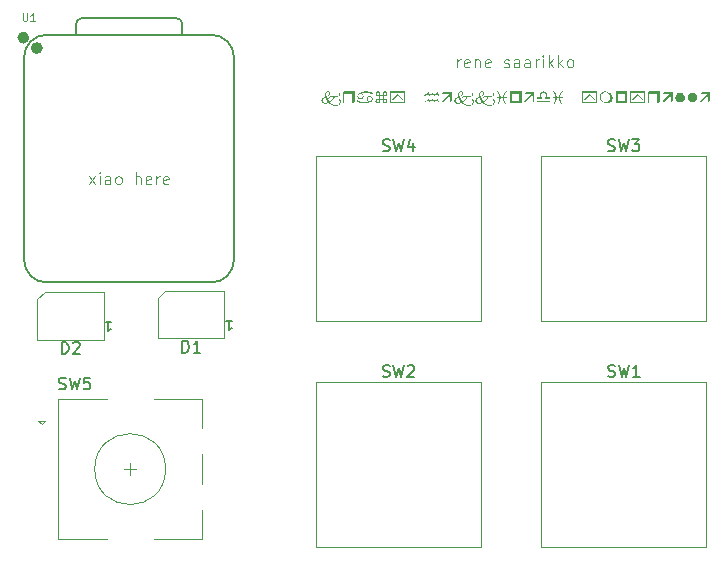
<source format=gbr>
%TF.GenerationSoftware,KiCad,Pcbnew,9.0.2*%
%TF.CreationDate,2025-07-11T16:03:10-07:00*%
%TF.ProjectId,undercity,756e6465-7263-4697-9479-2e6b69636164,rev?*%
%TF.SameCoordinates,Original*%
%TF.FileFunction,Legend,Top*%
%TF.FilePolarity,Positive*%
%FSLAX46Y46*%
G04 Gerber Fmt 4.6, Leading zero omitted, Abs format (unit mm)*
G04 Created by KiCad (PCBNEW 9.0.2) date 2025-07-11 16:03:10*
%MOMM*%
%LPD*%
G01*
G04 APERTURE LIST*
%ADD10C,0.100000*%
%ADD11C,0.150000*%
%ADD12C,0.101600*%
%ADD13C,0.120000*%
%ADD14C,0.127000*%
%ADD15C,0.504000*%
G04 APERTURE END LIST*
D10*
G36*
X155325941Y-47199823D02*
G01*
X155367462Y-47215243D01*
X155402643Y-47240450D01*
X155429818Y-47273863D01*
X155446166Y-47312971D01*
X155451857Y-47359518D01*
X155444903Y-47414597D01*
X155424157Y-47465220D01*
X155388396Y-47512927D01*
X155334679Y-47558523D01*
X155258622Y-47602008D01*
X155154675Y-47642657D01*
X155180822Y-47709760D01*
X155231856Y-47823213D01*
X155274716Y-47756863D01*
X155317517Y-47705455D01*
X155360300Y-47666752D01*
X155403314Y-47638932D01*
X155450106Y-47618982D01*
X155509301Y-47603310D01*
X155583401Y-47592912D01*
X155675218Y-47589106D01*
X155891739Y-47589106D01*
X156029397Y-47585461D01*
X156110798Y-47576773D01*
X156154056Y-47565903D01*
X156180438Y-47551475D01*
X156198937Y-47531121D01*
X156210600Y-47503750D01*
X156214872Y-47467046D01*
X156210421Y-47435470D01*
X156197598Y-47409456D01*
X156175894Y-47387608D01*
X156143187Y-47369532D01*
X156241556Y-47273361D01*
X156277998Y-47312535D01*
X156299193Y-47356555D01*
X156306402Y-47407267D01*
X156301499Y-47450074D01*
X156286777Y-47490634D01*
X156261445Y-47529907D01*
X156223759Y-47568512D01*
X156171153Y-47606692D01*
X156102128Y-47642731D01*
X156026543Y-47668925D01*
X155943380Y-47685114D01*
X155851439Y-47690711D01*
X155799537Y-47690711D01*
X155751767Y-47784129D01*
X155690814Y-47872150D01*
X155615754Y-47955314D01*
X155525264Y-48033916D01*
X155417663Y-48108000D01*
X155498903Y-48189784D01*
X155584378Y-48256900D01*
X155674485Y-48310478D01*
X155770740Y-48351105D01*
X155864635Y-48374683D01*
X155957318Y-48382407D01*
X156020184Y-48377418D01*
X156074344Y-48363205D01*
X156121312Y-48340392D01*
X156162238Y-48308890D01*
X156196009Y-48269712D01*
X156220112Y-48225241D01*
X156234967Y-48174431D01*
X156240151Y-48115816D01*
X156233215Y-48063729D01*
X156213443Y-48021475D01*
X156180475Y-47986666D01*
X156131524Y-47958463D01*
X156241556Y-47855881D01*
X156278479Y-47878475D01*
X156306630Y-47906897D01*
X156327098Y-47941774D01*
X156340046Y-47984467D01*
X156344687Y-48036926D01*
X156339008Y-48103960D01*
X156322331Y-48165765D01*
X156294662Y-48223425D01*
X156255306Y-48277763D01*
X156202904Y-48329284D01*
X156144330Y-48371926D01*
X156081124Y-48405063D01*
X156012630Y-48429028D01*
X155938008Y-48443768D01*
X155856263Y-48448841D01*
X155783641Y-48444449D01*
X155711076Y-48431195D01*
X155638082Y-48408780D01*
X155564209Y-48376667D01*
X155472079Y-48322767D01*
X155385358Y-48255536D01*
X155303602Y-48173946D01*
X155227227Y-48208925D01*
X155149424Y-48233652D01*
X155069669Y-48248472D01*
X154987369Y-48253447D01*
X154923942Y-48248412D01*
X154868410Y-48233971D01*
X154819413Y-48210630D01*
X154775915Y-48178220D01*
X154739536Y-48137859D01*
X154713919Y-48093030D01*
X154698325Y-48042804D01*
X154692934Y-47985818D01*
X154696874Y-47941427D01*
X154835694Y-47941427D01*
X154840074Y-47991374D01*
X154852699Y-48035310D01*
X154873294Y-48074362D01*
X154902250Y-48109344D01*
X154937514Y-48138008D01*
X154976858Y-48158422D01*
X155021091Y-48170945D01*
X155071327Y-48175289D01*
X155127088Y-48170877D01*
X155191888Y-48156567D01*
X155267393Y-48130409D01*
X155203901Y-48043237D01*
X155142461Y-47939645D01*
X155105488Y-47863330D01*
X155252372Y-47863330D01*
X155319506Y-47976809D01*
X155388293Y-48075394D01*
X155472668Y-48020488D01*
X155544894Y-47955424D01*
X155606015Y-47879595D01*
X155656537Y-47791883D01*
X155696406Y-47690711D01*
X155616477Y-47690711D01*
X155529646Y-47696252D01*
X155455515Y-47711892D01*
X155392129Y-47736570D01*
X155337867Y-47769826D01*
X155291522Y-47811822D01*
X155252372Y-47863330D01*
X155105488Y-47863330D01*
X155083337Y-47817609D01*
X155026936Y-47674897D01*
X154964791Y-47709278D01*
X154916968Y-47747292D01*
X154881264Y-47788878D01*
X154856164Y-47834454D01*
X154840936Y-47884888D01*
X154835694Y-47941427D01*
X154696874Y-47941427D01*
X154697763Y-47931404D01*
X154711937Y-47881458D01*
X154735481Y-47835024D01*
X154769077Y-47791400D01*
X154824182Y-47741866D01*
X154904140Y-47689767D01*
X155015334Y-47635085D01*
X154990290Y-47551904D01*
X154982545Y-47478892D01*
X154988006Y-47425821D01*
X154993235Y-47409771D01*
X155101430Y-47409771D01*
X155109618Y-47487224D01*
X155139654Y-47603517D01*
X155206305Y-47569834D01*
X155256652Y-47533485D01*
X155293481Y-47494682D01*
X155318856Y-47453157D01*
X155333988Y-47408177D01*
X155339139Y-47358602D01*
X155335909Y-47320230D01*
X155327259Y-47291685D01*
X155314166Y-47270675D01*
X155295632Y-47254862D01*
X155271328Y-47244921D01*
X155239427Y-47241304D01*
X155202518Y-47246645D01*
X155170169Y-47262429D01*
X155141058Y-47289726D01*
X155119370Y-47323892D01*
X155106077Y-47363440D01*
X155101430Y-47409771D01*
X154993235Y-47409771D01*
X155004287Y-47375847D01*
X155031930Y-47327950D01*
X155072365Y-47281421D01*
X155120084Y-47242481D01*
X155169464Y-47215653D01*
X155221212Y-47199759D01*
X155276308Y-47194410D01*
X155325941Y-47199823D01*
G37*
G36*
X157508260Y-48096521D02*
G01*
X157373682Y-48230000D01*
X156497217Y-48230000D01*
X156497217Y-47421067D01*
X156564200Y-47421067D01*
X156564872Y-48163565D01*
X157306027Y-48163565D01*
X157306027Y-47421067D01*
X156564200Y-47421067D01*
X156497217Y-47421067D01*
X156497217Y-47353107D01*
X156631795Y-47217857D01*
X157508260Y-47217857D01*
X157508260Y-48096521D01*
G37*
G36*
X158829184Y-47586058D02*
G01*
X158875650Y-47600021D01*
X158918482Y-47623214D01*
X158958391Y-47656395D01*
X158991568Y-47696300D01*
X159014783Y-47739235D01*
X159028774Y-47785922D01*
X159033557Y-47837379D01*
X159028357Y-47889541D01*
X159012889Y-47938543D01*
X158986703Y-47985367D01*
X158948532Y-48030707D01*
X158896374Y-48074918D01*
X158827599Y-48118014D01*
X158745776Y-48156435D01*
X158654389Y-48187387D01*
X158552305Y-48210441D01*
X158438252Y-48224938D01*
X158310842Y-48230000D01*
X158206268Y-48224931D01*
X158097856Y-48209423D01*
X157985032Y-48182882D01*
X157867216Y-48144542D01*
X157743832Y-48093468D01*
X157743832Y-47983070D01*
X157874600Y-48037070D01*
X158000861Y-48077839D01*
X158123149Y-48106227D01*
X158242007Y-48122913D01*
X158357981Y-48128394D01*
X158487145Y-48121944D01*
X158590923Y-48104319D01*
X158673604Y-48077653D01*
X158624856Y-48047923D01*
X158586732Y-48014870D01*
X158557772Y-47978429D01*
X158536636Y-47937132D01*
X158523674Y-47890819D01*
X158519181Y-47838356D01*
X158519187Y-47838295D01*
X158586837Y-47838295D01*
X158593115Y-47887423D01*
X158611627Y-47931217D01*
X158643196Y-47971163D01*
X158683532Y-48002241D01*
X158727993Y-48020557D01*
X158778079Y-48026789D01*
X158828238Y-48020647D01*
X158872126Y-48002718D01*
X158911313Y-47972506D01*
X158941737Y-47933483D01*
X158959781Y-47889723D01*
X158965963Y-47839638D01*
X158959743Y-47788595D01*
X158941573Y-47743813D01*
X158910947Y-47703717D01*
X158871450Y-47672471D01*
X158827462Y-47654023D01*
X158777407Y-47647725D01*
X158726903Y-47653995D01*
X158682463Y-47672356D01*
X158642524Y-47703412D01*
X158611474Y-47743315D01*
X158593110Y-47787753D01*
X158586837Y-47838295D01*
X158519187Y-47838295D01*
X158524005Y-47787052D01*
X158538141Y-47740351D01*
X158561649Y-47697240D01*
X158595324Y-47657006D01*
X158635790Y-47623564D01*
X158679211Y-47600180D01*
X158726303Y-47586099D01*
X158778079Y-47581290D01*
X158829184Y-47586058D01*
G37*
G36*
X158571418Y-47222957D02*
G01*
X158679983Y-47238551D01*
X158792812Y-47265221D01*
X158910480Y-47303729D01*
X159033557Y-47355000D01*
X159033557Y-47465092D01*
X158902775Y-47410972D01*
X158776516Y-47370117D01*
X158654242Y-47341672D01*
X158535409Y-47324954D01*
X158419469Y-47319462D01*
X158290393Y-47325967D01*
X158186362Y-47343767D01*
X158103175Y-47370753D01*
X158152310Y-47400103D01*
X158190642Y-47433013D01*
X158219678Y-47469549D01*
X158240825Y-47511001D01*
X158253781Y-47557381D01*
X158258269Y-47609806D01*
X158253443Y-47661042D01*
X158239299Y-47707691D01*
X158215774Y-47750764D01*
X158182065Y-47790973D01*
X158141636Y-47824354D01*
X158098238Y-47847702D01*
X158051154Y-47861763D01*
X157999371Y-47866566D01*
X157947873Y-47861785D01*
X157901218Y-47847806D01*
X157858380Y-47824628D01*
X157818632Y-47791523D01*
X157785624Y-47751667D01*
X157762520Y-47708787D01*
X157748593Y-47662164D01*
X157743832Y-47610783D01*
X157744087Y-47608218D01*
X157811488Y-47608218D01*
X157817701Y-47659265D01*
X157835853Y-47704048D01*
X157866442Y-47744139D01*
X157905977Y-47775388D01*
X157949986Y-47793835D01*
X158000043Y-47800132D01*
X158050527Y-47793832D01*
X158094965Y-47775378D01*
X158134926Y-47744139D01*
X158166025Y-47704024D01*
X158184366Y-47659672D01*
X158190614Y-47609562D01*
X158184274Y-47560027D01*
X158165628Y-47516148D01*
X158133888Y-47476388D01*
X158093383Y-47445486D01*
X158048795Y-47427266D01*
X157998639Y-47421067D01*
X157948533Y-47427220D01*
X157904772Y-47445170D01*
X157865771Y-47475411D01*
X157835568Y-47514371D01*
X157817636Y-47558111D01*
X157811488Y-47608218D01*
X157744087Y-47608218D01*
X157749041Y-47558420D01*
X157764529Y-47509272D01*
X157790734Y-47462354D01*
X157828914Y-47416970D01*
X157881059Y-47372763D01*
X157949790Y-47329720D01*
X158031607Y-47291343D01*
X158122991Y-47260426D01*
X158225076Y-47237396D01*
X158339132Y-47222913D01*
X158466547Y-47217857D01*
X158571418Y-47222957D01*
G37*
G36*
X160131366Y-47224517D02*
G01*
X160178305Y-47244144D01*
X160221127Y-47277575D01*
X160254528Y-47320385D01*
X160274206Y-47367674D01*
X160280905Y-47421067D01*
X160274262Y-47474009D01*
X160254703Y-47521192D01*
X160221432Y-47564193D01*
X160178798Y-47597795D01*
X160131773Y-47617556D01*
X160078733Y-47624277D01*
X159977616Y-47624277D01*
X159977616Y-47823579D01*
X160078733Y-47823579D01*
X160131773Y-47830300D01*
X160178798Y-47850062D01*
X160221432Y-47883663D01*
X160254703Y-47926664D01*
X160274262Y-47973848D01*
X160280905Y-48026789D01*
X160274262Y-48079731D01*
X160254703Y-48126915D01*
X160221432Y-48169916D01*
X160178798Y-48203517D01*
X160131773Y-48223279D01*
X160078733Y-48230000D01*
X160026059Y-48223338D01*
X159979101Y-48203709D01*
X159936278Y-48170282D01*
X159902877Y-48127471D01*
X159883199Y-48080183D01*
X159876500Y-48026789D01*
X159977616Y-48026789D01*
X159980980Y-48053476D01*
X159990866Y-48077120D01*
X160007658Y-48098536D01*
X160040585Y-48120994D01*
X160078672Y-48128394D01*
X160104812Y-48125075D01*
X160128247Y-48115271D01*
X160149747Y-48098536D01*
X160166539Y-48077120D01*
X160176424Y-48053476D01*
X160179788Y-48026789D01*
X160176453Y-48000083D01*
X160166661Y-47976438D01*
X160150052Y-47955043D01*
X160128765Y-47938357D01*
X160105243Y-47928530D01*
X160078672Y-47925184D01*
X159977616Y-47925184D01*
X159977616Y-48026789D01*
X159876500Y-48026789D01*
X159876500Y-47925184D01*
X159674267Y-47925184D01*
X159674267Y-48026789D01*
X159667650Y-48079300D01*
X159648114Y-48126396D01*
X159614794Y-48169610D01*
X159572138Y-48203395D01*
X159525115Y-48223250D01*
X159472095Y-48230000D01*
X159419828Y-48223398D01*
X159372955Y-48203905D01*
X159329945Y-48170648D01*
X159296407Y-48127991D01*
X159276614Y-48080596D01*
X159269862Y-48026789D01*
X159370978Y-48026789D01*
X159378345Y-48065132D01*
X159400654Y-48098230D01*
X159422000Y-48115102D01*
X159445541Y-48125022D01*
X159472095Y-48128394D01*
X159498646Y-48125020D01*
X159522167Y-48115100D01*
X159543475Y-48098230D01*
X159565831Y-48065127D01*
X159573211Y-48026789D01*
X159573211Y-47925184D01*
X159472095Y-47925184D01*
X159445545Y-47928563D01*
X159422004Y-47938501D01*
X159400654Y-47955409D01*
X159378347Y-47988457D01*
X159370978Y-48026789D01*
X159269862Y-48026789D01*
X159276561Y-47973396D01*
X159296238Y-47926108D01*
X159329640Y-47883297D01*
X159372462Y-47849870D01*
X159419421Y-47830241D01*
X159472095Y-47823579D01*
X159573211Y-47823579D01*
X159674267Y-47823579D01*
X159876500Y-47823579D01*
X159876500Y-47624277D01*
X159674267Y-47624277D01*
X159674267Y-47823579D01*
X159573211Y-47823579D01*
X159573211Y-47624277D01*
X159472095Y-47624277D01*
X159419421Y-47617615D01*
X159372462Y-47597987D01*
X159329640Y-47564560D01*
X159296238Y-47521749D01*
X159276561Y-47474460D01*
X159269862Y-47421067D01*
X159370978Y-47421067D01*
X159374307Y-47447778D01*
X159384081Y-47471423D01*
X159400654Y-47492814D01*
X159421978Y-47509502D01*
X159445521Y-47519328D01*
X159472095Y-47522672D01*
X159573211Y-47522672D01*
X159573211Y-47421067D01*
X159569866Y-47394818D01*
X159559985Y-47371283D01*
X159543108Y-47349687D01*
X159521584Y-47332728D01*
X159498171Y-47322814D01*
X159472095Y-47319462D01*
X159434499Y-47326754D01*
X159401386Y-47349016D01*
X159384423Y-47370246D01*
X159374403Y-47393973D01*
X159370978Y-47421067D01*
X159269862Y-47421067D01*
X159276561Y-47367674D01*
X159296238Y-47320385D01*
X159329640Y-47277575D01*
X159372462Y-47244147D01*
X159419421Y-47224519D01*
X159472095Y-47217857D01*
X159524728Y-47224517D01*
X159571667Y-47244144D01*
X159614488Y-47277575D01*
X159647890Y-47320385D01*
X159667568Y-47367674D01*
X159674267Y-47421067D01*
X159674267Y-47522672D01*
X159876500Y-47522672D01*
X159876500Y-47421067D01*
X159977616Y-47421067D01*
X159977616Y-47522672D01*
X160078672Y-47522672D01*
X160105223Y-47519298D01*
X160128744Y-47509378D01*
X160150052Y-47492508D01*
X160172408Y-47459405D01*
X160179788Y-47421067D01*
X160172406Y-47382740D01*
X160150052Y-47349687D01*
X160128739Y-47332781D01*
X160105219Y-47322842D01*
X160078672Y-47319462D01*
X160052139Y-47322805D01*
X160028615Y-47332629D01*
X160007292Y-47349321D01*
X159990719Y-47370711D01*
X159980946Y-47394356D01*
X159977616Y-47421067D01*
X159876500Y-47421067D01*
X159883199Y-47367674D01*
X159902877Y-47320385D01*
X159936278Y-47277575D01*
X159979101Y-47244147D01*
X160026059Y-47224519D01*
X160078733Y-47217857D01*
X160131366Y-47224517D01*
G37*
G36*
X161578079Y-47858506D02*
G01*
X161507004Y-47930252D01*
X161140212Y-47563400D01*
X160773360Y-47930252D01*
X160701613Y-47858506D01*
X161140212Y-47420579D01*
X161578079Y-47858506D01*
G37*
G36*
X161763886Y-48230000D02*
G01*
X160516477Y-48230000D01*
X160516477Y-48128394D01*
X160617594Y-48128394D01*
X161662770Y-48128394D01*
X161662770Y-47319462D01*
X160617594Y-47319462D01*
X160617594Y-48128394D01*
X160516477Y-48128394D01*
X160516477Y-47217857D01*
X161763886Y-47217857D01*
X161763886Y-48230000D01*
G37*
G36*
X163400497Y-48074234D02*
G01*
X163779684Y-47823213D01*
X163862971Y-48017508D01*
X164156734Y-47823213D01*
X164238738Y-48017508D01*
X164532440Y-47823213D01*
X164654073Y-48109160D01*
X164575488Y-48144026D01*
X164494216Y-47949731D01*
X164199110Y-48144026D01*
X164117105Y-47949731D01*
X163824747Y-48144026D01*
X163742070Y-47949731D01*
X163446964Y-48144026D01*
X163400497Y-48074234D01*
G37*
G36*
X163401229Y-47550943D02*
G01*
X163780355Y-47299923D01*
X163863703Y-47494218D01*
X164157405Y-47299923D01*
X164239410Y-47494218D01*
X164533112Y-47299923D01*
X164654745Y-47585870D01*
X164576160Y-47620736D01*
X164494888Y-47426441D01*
X164199110Y-47620736D01*
X164117105Y-47426441D01*
X163824747Y-47620736D01*
X163742742Y-47426441D01*
X163447636Y-47620736D01*
X163401229Y-47550943D01*
G37*
G36*
X165741198Y-47299923D02*
G01*
X165025933Y-47299923D01*
X164891355Y-47432791D01*
X165510938Y-47432791D01*
X164891355Y-48052313D01*
X164986304Y-48147934D01*
X165606620Y-47528412D01*
X165606620Y-48147934D01*
X165741198Y-48012684D01*
X165741198Y-47299923D01*
G37*
G36*
X166584559Y-47199823D02*
G01*
X166626080Y-47215243D01*
X166661261Y-47240450D01*
X166688436Y-47273863D01*
X166704785Y-47312971D01*
X166710476Y-47359518D01*
X166703521Y-47414597D01*
X166682775Y-47465220D01*
X166647014Y-47512927D01*
X166593298Y-47558523D01*
X166517241Y-47602008D01*
X166413293Y-47642657D01*
X166439441Y-47709760D01*
X166490474Y-47823213D01*
X166533335Y-47756863D01*
X166576136Y-47705455D01*
X166618919Y-47666752D01*
X166661933Y-47638932D01*
X166708725Y-47618982D01*
X166767919Y-47603310D01*
X166842019Y-47592912D01*
X166933836Y-47589106D01*
X167150357Y-47589106D01*
X167288015Y-47585461D01*
X167369416Y-47576773D01*
X167412674Y-47565903D01*
X167439056Y-47551475D01*
X167457555Y-47531121D01*
X167469218Y-47503750D01*
X167473490Y-47467046D01*
X167469039Y-47435470D01*
X167456216Y-47409456D01*
X167434512Y-47387608D01*
X167401805Y-47369532D01*
X167500174Y-47273361D01*
X167536616Y-47312535D01*
X167557812Y-47356555D01*
X167565020Y-47407267D01*
X167560118Y-47450074D01*
X167545395Y-47490634D01*
X167520063Y-47529907D01*
X167482377Y-47568512D01*
X167429771Y-47606692D01*
X167360747Y-47642731D01*
X167285162Y-47668925D01*
X167201999Y-47685114D01*
X167110057Y-47690711D01*
X167058155Y-47690711D01*
X167010385Y-47784129D01*
X166949432Y-47872150D01*
X166874372Y-47955314D01*
X166783882Y-48033916D01*
X166676282Y-48108000D01*
X166757522Y-48189784D01*
X166842996Y-48256900D01*
X166933103Y-48310478D01*
X167029359Y-48351105D01*
X167123254Y-48374683D01*
X167215936Y-48382407D01*
X167278802Y-48377418D01*
X167332962Y-48363205D01*
X167379930Y-48340392D01*
X167420856Y-48308890D01*
X167454627Y-48269712D01*
X167478730Y-48225241D01*
X167493586Y-48174431D01*
X167498770Y-48115816D01*
X167491834Y-48063729D01*
X167472062Y-48021475D01*
X167439094Y-47986666D01*
X167390143Y-47958463D01*
X167500174Y-47855881D01*
X167537097Y-47878475D01*
X167565248Y-47906897D01*
X167585716Y-47941774D01*
X167598664Y-47984467D01*
X167603306Y-48036926D01*
X167597626Y-48103960D01*
X167580949Y-48165765D01*
X167553281Y-48223425D01*
X167513924Y-48277763D01*
X167461523Y-48329284D01*
X167402949Y-48371926D01*
X167339742Y-48405063D01*
X167271248Y-48429028D01*
X167196626Y-48443768D01*
X167114881Y-48448841D01*
X167042259Y-48444449D01*
X166969694Y-48431195D01*
X166896701Y-48408780D01*
X166822827Y-48376667D01*
X166730698Y-48322767D01*
X166643976Y-48255536D01*
X166562220Y-48173946D01*
X166485845Y-48208925D01*
X166408042Y-48233652D01*
X166328287Y-48248472D01*
X166245987Y-48253447D01*
X166182560Y-48248412D01*
X166127028Y-48233971D01*
X166078032Y-48210630D01*
X166034534Y-48178220D01*
X165998155Y-48137859D01*
X165972538Y-48093030D01*
X165956944Y-48042804D01*
X165951552Y-47985818D01*
X165955492Y-47941427D01*
X166094312Y-47941427D01*
X166098692Y-47991374D01*
X166111318Y-48035310D01*
X166131912Y-48074362D01*
X166160868Y-48109344D01*
X166196132Y-48138008D01*
X166235476Y-48158422D01*
X166279709Y-48170945D01*
X166329945Y-48175289D01*
X166385706Y-48170877D01*
X166450506Y-48156567D01*
X166526011Y-48130409D01*
X166462519Y-48043237D01*
X166401079Y-47939645D01*
X166364106Y-47863330D01*
X166510990Y-47863330D01*
X166578125Y-47976809D01*
X166646912Y-48075394D01*
X166731287Y-48020488D01*
X166803513Y-47955424D01*
X166864633Y-47879595D01*
X166915155Y-47791883D01*
X166955024Y-47690711D01*
X166875095Y-47690711D01*
X166788264Y-47696252D01*
X166714134Y-47711892D01*
X166650748Y-47736570D01*
X166596486Y-47769826D01*
X166550140Y-47811822D01*
X166510990Y-47863330D01*
X166364106Y-47863330D01*
X166341955Y-47817609D01*
X166285554Y-47674897D01*
X166223410Y-47709278D01*
X166175586Y-47747292D01*
X166139883Y-47788878D01*
X166114783Y-47834454D01*
X166099555Y-47884888D01*
X166094312Y-47941427D01*
X165955492Y-47941427D01*
X165956381Y-47931404D01*
X165970555Y-47881458D01*
X165994100Y-47835024D01*
X166027695Y-47791400D01*
X166082800Y-47741866D01*
X166162758Y-47689767D01*
X166273953Y-47635085D01*
X166248908Y-47551904D01*
X166241163Y-47478892D01*
X166246624Y-47425821D01*
X166251853Y-47409771D01*
X166360048Y-47409771D01*
X166368237Y-47487224D01*
X166398272Y-47603517D01*
X166464923Y-47569834D01*
X166515271Y-47533485D01*
X166552099Y-47494682D01*
X166577474Y-47453157D01*
X166592607Y-47408177D01*
X166597758Y-47358602D01*
X166594527Y-47320230D01*
X166585878Y-47291685D01*
X166572784Y-47270675D01*
X166554251Y-47254862D01*
X166529947Y-47244921D01*
X166498046Y-47241304D01*
X166461137Y-47246645D01*
X166428787Y-47262429D01*
X166399677Y-47289726D01*
X166377989Y-47323892D01*
X166364695Y-47363440D01*
X166360048Y-47409771D01*
X166251853Y-47409771D01*
X166262905Y-47375847D01*
X166290548Y-47327950D01*
X166330983Y-47281421D01*
X166378702Y-47242481D01*
X166428082Y-47215653D01*
X166479831Y-47199759D01*
X166534926Y-47194410D01*
X166584559Y-47199823D01*
G37*
G36*
X168363624Y-47199823D02*
G01*
X168405145Y-47215243D01*
X168440326Y-47240450D01*
X168467501Y-47273863D01*
X168483849Y-47312971D01*
X168489541Y-47359518D01*
X168482586Y-47414597D01*
X168461840Y-47465220D01*
X168426079Y-47512927D01*
X168372363Y-47558523D01*
X168296306Y-47602008D01*
X168192358Y-47642657D01*
X168218506Y-47709760D01*
X168269539Y-47823213D01*
X168312400Y-47756863D01*
X168355200Y-47705455D01*
X168397983Y-47666752D01*
X168440997Y-47638932D01*
X168487790Y-47618982D01*
X168546984Y-47603310D01*
X168621084Y-47592912D01*
X168712901Y-47589106D01*
X168929422Y-47589106D01*
X169067080Y-47585461D01*
X169148481Y-47576773D01*
X169191739Y-47565903D01*
X169218121Y-47551475D01*
X169236620Y-47531121D01*
X169248283Y-47503750D01*
X169252555Y-47467046D01*
X169248104Y-47435470D01*
X169235281Y-47409456D01*
X169213577Y-47387608D01*
X169180870Y-47369532D01*
X169279239Y-47273361D01*
X169315681Y-47312535D01*
X169336877Y-47356555D01*
X169344085Y-47407267D01*
X169339183Y-47450074D01*
X169324460Y-47490634D01*
X169299128Y-47529907D01*
X169261442Y-47568512D01*
X169208836Y-47606692D01*
X169139811Y-47642731D01*
X169064227Y-47668925D01*
X168981063Y-47685114D01*
X168889122Y-47690711D01*
X168837220Y-47690711D01*
X168789450Y-47784129D01*
X168728497Y-47872150D01*
X168653437Y-47955314D01*
X168562947Y-48033916D01*
X168455347Y-48108000D01*
X168536587Y-48189784D01*
X168622061Y-48256900D01*
X168712168Y-48310478D01*
X168808423Y-48351105D01*
X168902318Y-48374683D01*
X168995001Y-48382407D01*
X169057867Y-48377418D01*
X169112027Y-48363205D01*
X169158995Y-48340392D01*
X169199921Y-48308890D01*
X169233692Y-48269712D01*
X169257795Y-48225241D01*
X169272650Y-48174431D01*
X169277834Y-48115816D01*
X169270899Y-48063729D01*
X169251126Y-48021475D01*
X169218159Y-47986666D01*
X169169207Y-47958463D01*
X169279239Y-47855881D01*
X169316162Y-47878475D01*
X169344313Y-47906897D01*
X169364781Y-47941774D01*
X169377729Y-47984467D01*
X169382370Y-48036926D01*
X169376691Y-48103960D01*
X169360014Y-48165765D01*
X169332346Y-48223425D01*
X169292989Y-48277763D01*
X169240587Y-48329284D01*
X169182014Y-48371926D01*
X169118807Y-48405063D01*
X169050313Y-48429028D01*
X168975691Y-48443768D01*
X168893946Y-48448841D01*
X168821324Y-48444449D01*
X168748759Y-48431195D01*
X168675765Y-48408780D01*
X168601892Y-48376667D01*
X168509762Y-48322767D01*
X168423041Y-48255536D01*
X168341285Y-48173946D01*
X168264910Y-48208925D01*
X168187107Y-48233652D01*
X168107352Y-48248472D01*
X168025052Y-48253447D01*
X167961625Y-48248412D01*
X167906093Y-48233971D01*
X167857097Y-48210630D01*
X167813599Y-48178220D01*
X167777220Y-48137859D01*
X167751603Y-48093030D01*
X167736008Y-48042804D01*
X167730617Y-47985818D01*
X167734557Y-47941427D01*
X167873377Y-47941427D01*
X167877757Y-47991374D01*
X167890383Y-48035310D01*
X167910977Y-48074362D01*
X167939933Y-48109344D01*
X167975197Y-48138008D01*
X168014541Y-48158422D01*
X168058774Y-48170945D01*
X168109010Y-48175289D01*
X168164771Y-48170877D01*
X168229571Y-48156567D01*
X168305076Y-48130409D01*
X168241584Y-48043237D01*
X168180144Y-47939645D01*
X168143171Y-47863330D01*
X168290055Y-47863330D01*
X168357189Y-47976809D01*
X168425976Y-48075394D01*
X168510352Y-48020488D01*
X168582578Y-47955424D01*
X168643698Y-47879595D01*
X168694220Y-47791883D01*
X168734089Y-47690711D01*
X168654160Y-47690711D01*
X168567329Y-47696252D01*
X168493198Y-47711892D01*
X168429813Y-47736570D01*
X168375551Y-47769826D01*
X168329205Y-47811822D01*
X168290055Y-47863330D01*
X168143171Y-47863330D01*
X168121020Y-47817609D01*
X168064619Y-47674897D01*
X168002475Y-47709278D01*
X167954651Y-47747292D01*
X167918948Y-47788878D01*
X167893848Y-47834454D01*
X167878620Y-47884888D01*
X167873377Y-47941427D01*
X167734557Y-47941427D01*
X167735446Y-47931404D01*
X167749620Y-47881458D01*
X167773165Y-47835024D01*
X167806760Y-47791400D01*
X167861865Y-47741866D01*
X167941823Y-47689767D01*
X168053018Y-47635085D01*
X168027973Y-47551904D01*
X168020228Y-47478892D01*
X168025689Y-47425821D01*
X168030918Y-47409771D01*
X168139113Y-47409771D01*
X168147302Y-47487224D01*
X168177337Y-47603517D01*
X168243988Y-47569834D01*
X168294335Y-47533485D01*
X168331164Y-47494682D01*
X168356539Y-47453157D01*
X168371672Y-47408177D01*
X168376823Y-47358602D01*
X168373592Y-47320230D01*
X168364943Y-47291685D01*
X168351849Y-47270675D01*
X168333316Y-47254862D01*
X168309012Y-47244921D01*
X168277110Y-47241304D01*
X168240201Y-47246645D01*
X168207852Y-47262429D01*
X168178742Y-47289726D01*
X168157054Y-47323892D01*
X168143760Y-47363440D01*
X168139113Y-47409771D01*
X168030918Y-47409771D01*
X168041970Y-47375847D01*
X168069613Y-47327950D01*
X168110048Y-47281421D01*
X168157767Y-47242481D01*
X168207147Y-47215653D01*
X168258895Y-47199759D01*
X168313991Y-47194410D01*
X168363624Y-47199823D01*
G37*
G36*
X169858033Y-47737606D02*
G01*
X169851995Y-47820177D01*
X169833215Y-47908073D01*
X169800331Y-48002365D01*
X169757248Y-48092533D01*
X169705522Y-48176052D01*
X169644931Y-48253447D01*
X169534900Y-48253447D01*
X169605699Y-48170063D01*
X169661639Y-48086320D01*
X169704041Y-48001807D01*
X169733864Y-47915976D01*
X169751679Y-47828163D01*
X169757650Y-47737606D01*
X169542472Y-47737606D01*
X169542472Y-47663356D01*
X169757650Y-47663356D01*
X169745211Y-47571294D01*
X169718028Y-47479263D01*
X169675089Y-47386300D01*
X169614774Y-47291574D01*
X169534900Y-47194410D01*
X169639436Y-47194410D01*
X169710534Y-47279963D01*
X169767174Y-47369012D01*
X169810338Y-47462085D01*
X169840585Y-47559903D01*
X169858033Y-47663356D01*
X170067105Y-47663356D01*
X170084573Y-47559901D01*
X170114831Y-47462080D01*
X170157997Y-47369007D01*
X170214628Y-47279959D01*
X170285703Y-47194410D01*
X170390177Y-47194410D01*
X170310329Y-47291571D01*
X170250031Y-47386296D01*
X170207103Y-47479259D01*
X170179926Y-47571292D01*
X170167489Y-47663356D01*
X170382667Y-47663356D01*
X170382667Y-47737606D01*
X170167489Y-47737606D01*
X170173458Y-47828166D01*
X170191269Y-47915980D01*
X170221085Y-48001811D01*
X170263476Y-48086324D01*
X170319400Y-48170066D01*
X170390177Y-48253447D01*
X170280207Y-48253447D01*
X170219617Y-48176052D01*
X170167891Y-48092533D01*
X170124808Y-48002365D01*
X170091924Y-47908073D01*
X170073143Y-47820177D01*
X170067105Y-47737606D01*
X169858033Y-47737606D01*
G37*
G36*
X171637220Y-48230000D02*
G01*
X170626177Y-48230000D01*
X170626177Y-48026789D01*
X170828410Y-48026789D01*
X171434987Y-48026789D01*
X171434987Y-47421067D01*
X170828410Y-47421067D01*
X170828410Y-48026789D01*
X170626177Y-48026789D01*
X170626177Y-47217857D01*
X171637220Y-47217857D01*
X171637220Y-48230000D01*
G37*
G36*
X172722636Y-47299923D02*
G01*
X172007370Y-47299923D01*
X171872793Y-47432791D01*
X172492376Y-47432791D01*
X171872793Y-48052313D01*
X171967742Y-48147934D01*
X172588058Y-47528412D01*
X172588058Y-48147934D01*
X172722636Y-48012684D01*
X172722636Y-47299923D01*
G37*
G36*
X172958208Y-48128394D02*
G01*
X172958208Y-48026789D01*
X174045088Y-48026789D01*
X174045088Y-48128394D01*
X172958208Y-48128394D01*
G37*
G36*
X173387892Y-47728813D02*
G01*
X173387892Y-47823579D01*
X172958208Y-47823579D01*
X172958208Y-47721974D01*
X173259481Y-47721974D01*
X173222677Y-47677066D01*
X173197427Y-47630992D01*
X173182532Y-47583104D01*
X173177538Y-47532503D01*
X173183588Y-47469310D01*
X173201350Y-47411608D01*
X173230968Y-47358144D01*
X173273525Y-47308044D01*
X173324441Y-47266449D01*
X173378852Y-47237386D01*
X173437635Y-47219909D01*
X173502015Y-47213949D01*
X173566394Y-47219909D01*
X173625177Y-47237386D01*
X173679588Y-47266449D01*
X173730504Y-47308044D01*
X173773061Y-47358144D01*
X173802679Y-47411608D01*
X173820441Y-47469310D01*
X173826491Y-47532503D01*
X173821494Y-47583101D01*
X173806589Y-47630987D01*
X173781321Y-47677062D01*
X173744487Y-47721974D01*
X174045088Y-47721974D01*
X174045088Y-47823579D01*
X173615404Y-47823579D01*
X173615404Y-47728813D01*
X173664895Y-47688666D01*
X173698528Y-47644102D01*
X173718521Y-47594222D01*
X173725375Y-47537266D01*
X173717998Y-47479588D01*
X173696242Y-47428124D01*
X173659124Y-47381133D01*
X173611723Y-47344408D01*
X173559923Y-47322859D01*
X173502015Y-47315554D01*
X173443633Y-47322886D01*
X173391704Y-47344459D01*
X173344478Y-47381133D01*
X173307581Y-47428098D01*
X173285936Y-47479563D01*
X173278593Y-47537266D01*
X173285415Y-47594264D01*
X173305308Y-47644159D01*
X173338743Y-47688707D01*
X173387892Y-47728813D01*
G37*
G36*
X174605137Y-47737606D02*
G01*
X174599099Y-47820177D01*
X174580319Y-47908073D01*
X174547435Y-48002365D01*
X174504352Y-48092533D01*
X174452626Y-48176052D01*
X174392035Y-48253447D01*
X174282004Y-48253447D01*
X174352803Y-48170063D01*
X174408743Y-48086320D01*
X174451145Y-48001807D01*
X174480968Y-47915976D01*
X174498783Y-47828163D01*
X174504754Y-47737606D01*
X174289576Y-47737606D01*
X174289576Y-47663356D01*
X174504754Y-47663356D01*
X174492315Y-47571294D01*
X174465131Y-47479263D01*
X174422193Y-47386300D01*
X174361878Y-47291574D01*
X174282004Y-47194410D01*
X174386540Y-47194410D01*
X174457638Y-47279963D01*
X174514278Y-47369012D01*
X174557442Y-47462085D01*
X174587689Y-47559903D01*
X174605137Y-47663356D01*
X174814209Y-47663356D01*
X174831677Y-47559901D01*
X174861935Y-47462080D01*
X174905101Y-47369007D01*
X174961732Y-47279959D01*
X175032807Y-47194410D01*
X175137281Y-47194410D01*
X175057433Y-47291571D01*
X174997135Y-47386296D01*
X174954207Y-47479259D01*
X174927030Y-47571292D01*
X174914593Y-47663356D01*
X175129771Y-47663356D01*
X175129771Y-47737606D01*
X174914593Y-47737606D01*
X174920562Y-47828166D01*
X174938373Y-47915980D01*
X174968189Y-48001811D01*
X175010580Y-48086324D01*
X175066504Y-48170066D01*
X175137281Y-48253447D01*
X175027311Y-48253447D01*
X174966721Y-48176052D01*
X174914995Y-48092533D01*
X174871912Y-48002365D01*
X174839028Y-47908073D01*
X174820247Y-47820177D01*
X174814209Y-47737606D01*
X174605137Y-47737606D01*
G37*
G36*
X177834883Y-47858506D02*
G01*
X177763808Y-47930252D01*
X177397016Y-47563400D01*
X177030163Y-47930252D01*
X176958417Y-47858506D01*
X177397016Y-47420579D01*
X177834883Y-47858506D01*
G37*
G36*
X178020690Y-48230000D02*
G01*
X176773281Y-48230000D01*
X176773281Y-48128394D01*
X176874398Y-48128394D01*
X177919574Y-48128394D01*
X177919574Y-47319462D01*
X176874398Y-47319462D01*
X176874398Y-48128394D01*
X176773281Y-48128394D01*
X176773281Y-47217857D01*
X178020690Y-47217857D01*
X178020690Y-48230000D01*
G37*
G36*
X178789815Y-47221698D02*
G01*
X178850416Y-47233557D01*
X178914497Y-47254127D01*
X179060676Y-47314272D01*
X179124290Y-47346189D01*
X179180651Y-47385812D01*
X179230462Y-47433437D01*
X179274145Y-47489699D01*
X179309439Y-47551583D01*
X179334371Y-47615821D01*
X179349369Y-47683048D01*
X179354439Y-47754031D01*
X179348716Y-47831726D01*
X179331972Y-47903303D01*
X179304427Y-47969822D01*
X179265743Y-48032135D01*
X179215038Y-48090842D01*
X179156264Y-48141465D01*
X179093920Y-48180084D01*
X179027409Y-48207579D01*
X178955882Y-48224289D01*
X178878288Y-48230000D01*
X178817030Y-48225991D01*
X178756842Y-48213966D01*
X178697243Y-48193729D01*
X178551064Y-48132913D01*
X178487464Y-48101302D01*
X178431100Y-48061898D01*
X178381265Y-48014400D01*
X178337534Y-47958157D01*
X178302269Y-47896276D01*
X178277355Y-47832040D01*
X178262367Y-47764811D01*
X178257772Y-47700420D01*
X178320865Y-47700420D01*
X178325799Y-47765372D01*
X178340281Y-47825581D01*
X178364207Y-47881927D01*
X178397969Y-47935115D01*
X178442437Y-47985635D01*
X178493710Y-48029122D01*
X178547786Y-48062255D01*
X178605164Y-48085800D01*
X178666541Y-48100078D01*
X178732780Y-48104947D01*
X178799608Y-48100020D01*
X178861317Y-48085589D01*
X178918806Y-48061824D01*
X178972795Y-48028417D01*
X179023796Y-47984596D01*
X179067828Y-47933785D01*
X179101384Y-47879962D01*
X179125252Y-47822614D01*
X179139746Y-47761014D01*
X179144696Y-47694253D01*
X179139755Y-47627815D01*
X179125278Y-47566441D01*
X179101423Y-47509233D01*
X179067862Y-47455469D01*
X179023796Y-47404642D01*
X178972795Y-47360822D01*
X178918806Y-47327415D01*
X178861317Y-47303650D01*
X178799608Y-47289219D01*
X178732780Y-47284291D01*
X178664768Y-47289286D01*
X178602382Y-47303871D01*
X178544669Y-47327817D01*
X178490862Y-47361384D01*
X178440422Y-47405314D01*
X178397096Y-47456237D01*
X178363934Y-47510564D01*
X178340248Y-47568834D01*
X178325810Y-47631807D01*
X178320865Y-47700420D01*
X178257772Y-47700420D01*
X178257301Y-47693825D01*
X178262999Y-47616445D01*
X178279682Y-47545048D01*
X178307145Y-47478590D01*
X178345735Y-47416232D01*
X178396336Y-47357381D01*
X178455021Y-47306588D01*
X178517225Y-47267865D01*
X178583543Y-47240312D01*
X178654821Y-47223575D01*
X178732109Y-47217857D01*
X178789815Y-47221698D01*
G37*
G36*
X180601910Y-48230000D02*
G01*
X179590867Y-48230000D01*
X179590867Y-48026789D01*
X179793100Y-48026789D01*
X180399677Y-48026789D01*
X180399677Y-47421067D01*
X179793100Y-47421067D01*
X179793100Y-48026789D01*
X179590867Y-48026789D01*
X179590867Y-47217857D01*
X180601910Y-47217857D01*
X180601910Y-48230000D01*
G37*
G36*
X181899084Y-47858506D02*
G01*
X181828009Y-47930252D01*
X181461217Y-47563400D01*
X181094364Y-47930252D01*
X181022618Y-47858506D01*
X181461217Y-47420579D01*
X181899084Y-47858506D01*
G37*
G36*
X182084891Y-48230000D02*
G01*
X180837482Y-48230000D01*
X180837482Y-48128394D01*
X180938599Y-48128394D01*
X181983775Y-48128394D01*
X181983775Y-47319462D01*
X180938599Y-47319462D01*
X180938599Y-48128394D01*
X180837482Y-48128394D01*
X180837482Y-47217857D01*
X182084891Y-47217857D01*
X182084891Y-48230000D01*
G37*
G36*
X183332545Y-48096521D02*
G01*
X183197967Y-48230000D01*
X182321502Y-48230000D01*
X182321502Y-47421067D01*
X182388485Y-47421067D01*
X182389157Y-48163565D01*
X183130312Y-48163565D01*
X183130312Y-47421067D01*
X182388485Y-47421067D01*
X182321502Y-47421067D01*
X182321502Y-47353107D01*
X182456079Y-47217857D01*
X183332545Y-47217857D01*
X183332545Y-48096521D01*
G37*
G36*
X184417960Y-47299923D02*
G01*
X183702695Y-47299923D01*
X183568117Y-47432791D01*
X184187700Y-47432791D01*
X183568117Y-48052313D01*
X183663066Y-48147934D01*
X184283382Y-47528412D01*
X184283382Y-48147934D01*
X184417960Y-48012684D01*
X184417960Y-47299923D01*
G37*
G36*
X184653532Y-47723928D02*
G01*
X184658388Y-47658176D01*
X184672605Y-47597510D01*
X184696010Y-47541041D01*
X184728905Y-47488053D01*
X184772051Y-47438042D01*
X184822065Y-47394872D01*
X184875054Y-47361959D01*
X184931523Y-47338543D01*
X184992187Y-47324320D01*
X185057937Y-47319462D01*
X185123707Y-47324318D01*
X185184422Y-47338537D01*
X185240966Y-47361952D01*
X185294055Y-47394866D01*
X185344190Y-47438042D01*
X185387483Y-47488072D01*
X185420481Y-47541069D01*
X185443952Y-47597536D01*
X185458207Y-47658192D01*
X185463075Y-47723928D01*
X185458208Y-47789663D01*
X185443954Y-47850325D01*
X185420483Y-47906806D01*
X185387485Y-47959821D01*
X185344190Y-48009876D01*
X185294058Y-48053027D01*
X185240971Y-48085924D01*
X185184426Y-48109328D01*
X185123710Y-48123541D01*
X185057937Y-48128394D01*
X184992185Y-48123539D01*
X184931519Y-48109322D01*
X184875050Y-48085917D01*
X184822062Y-48053021D01*
X184772051Y-48009876D01*
X184728904Y-47959840D01*
X184696008Y-47906834D01*
X184672603Y-47850352D01*
X184658387Y-47789680D01*
X184653532Y-47723928D01*
G37*
G36*
X185697915Y-47723928D02*
G01*
X185702770Y-47658176D01*
X185716987Y-47597510D01*
X185740392Y-47541041D01*
X185773288Y-47488053D01*
X185816434Y-47438042D01*
X185866448Y-47394872D01*
X185919437Y-47361959D01*
X185975906Y-47338543D01*
X186036570Y-47324320D01*
X186102320Y-47319462D01*
X186168090Y-47324318D01*
X186228804Y-47338537D01*
X186285349Y-47361952D01*
X186338437Y-47394866D01*
X186388572Y-47438042D01*
X186431866Y-47488072D01*
X186464863Y-47541069D01*
X186488335Y-47597536D01*
X186502589Y-47658192D01*
X186507458Y-47723928D01*
X186502590Y-47789663D01*
X186488337Y-47850325D01*
X186464865Y-47906806D01*
X186431867Y-47959821D01*
X186388572Y-48009876D01*
X186338440Y-48053027D01*
X186285353Y-48085924D01*
X186228809Y-48109328D01*
X186168093Y-48123541D01*
X186102320Y-48128394D01*
X186036567Y-48123539D01*
X185975901Y-48109322D01*
X185919432Y-48085917D01*
X185866444Y-48053021D01*
X185816434Y-48009876D01*
X185773286Y-47959840D01*
X185740390Y-47906834D01*
X185716986Y-47850352D01*
X185702770Y-47789680D01*
X185697915Y-47723928D01*
G37*
G36*
X187592140Y-47299923D02*
G01*
X186876875Y-47299923D01*
X186742297Y-47432791D01*
X187361880Y-47432791D01*
X186742297Y-48052313D01*
X186837247Y-48147934D01*
X187457562Y-47528412D01*
X187457562Y-48147934D01*
X187592140Y-48012684D01*
X187592140Y-47299923D01*
G37*
X166203884Y-45172419D02*
X166203884Y-44505752D01*
X166203884Y-44696228D02*
X166251503Y-44600990D01*
X166251503Y-44600990D02*
X166299122Y-44553371D01*
X166299122Y-44553371D02*
X166394360Y-44505752D01*
X166394360Y-44505752D02*
X166489598Y-44505752D01*
X167203884Y-45124800D02*
X167108646Y-45172419D01*
X167108646Y-45172419D02*
X166918170Y-45172419D01*
X166918170Y-45172419D02*
X166822932Y-45124800D01*
X166822932Y-45124800D02*
X166775313Y-45029561D01*
X166775313Y-45029561D02*
X166775313Y-44648609D01*
X166775313Y-44648609D02*
X166822932Y-44553371D01*
X166822932Y-44553371D02*
X166918170Y-44505752D01*
X166918170Y-44505752D02*
X167108646Y-44505752D01*
X167108646Y-44505752D02*
X167203884Y-44553371D01*
X167203884Y-44553371D02*
X167251503Y-44648609D01*
X167251503Y-44648609D02*
X167251503Y-44743847D01*
X167251503Y-44743847D02*
X166775313Y-44839085D01*
X167680075Y-44505752D02*
X167680075Y-45172419D01*
X167680075Y-44600990D02*
X167727694Y-44553371D01*
X167727694Y-44553371D02*
X167822932Y-44505752D01*
X167822932Y-44505752D02*
X167965789Y-44505752D01*
X167965789Y-44505752D02*
X168061027Y-44553371D01*
X168061027Y-44553371D02*
X168108646Y-44648609D01*
X168108646Y-44648609D02*
X168108646Y-45172419D01*
X168965789Y-45124800D02*
X168870551Y-45172419D01*
X168870551Y-45172419D02*
X168680075Y-45172419D01*
X168680075Y-45172419D02*
X168584837Y-45124800D01*
X168584837Y-45124800D02*
X168537218Y-45029561D01*
X168537218Y-45029561D02*
X168537218Y-44648609D01*
X168537218Y-44648609D02*
X168584837Y-44553371D01*
X168584837Y-44553371D02*
X168680075Y-44505752D01*
X168680075Y-44505752D02*
X168870551Y-44505752D01*
X168870551Y-44505752D02*
X168965789Y-44553371D01*
X168965789Y-44553371D02*
X169013408Y-44648609D01*
X169013408Y-44648609D02*
X169013408Y-44743847D01*
X169013408Y-44743847D02*
X168537218Y-44839085D01*
X170156266Y-45124800D02*
X170251504Y-45172419D01*
X170251504Y-45172419D02*
X170441980Y-45172419D01*
X170441980Y-45172419D02*
X170537218Y-45124800D01*
X170537218Y-45124800D02*
X170584837Y-45029561D01*
X170584837Y-45029561D02*
X170584837Y-44981942D01*
X170584837Y-44981942D02*
X170537218Y-44886704D01*
X170537218Y-44886704D02*
X170441980Y-44839085D01*
X170441980Y-44839085D02*
X170299123Y-44839085D01*
X170299123Y-44839085D02*
X170203885Y-44791466D01*
X170203885Y-44791466D02*
X170156266Y-44696228D01*
X170156266Y-44696228D02*
X170156266Y-44648609D01*
X170156266Y-44648609D02*
X170203885Y-44553371D01*
X170203885Y-44553371D02*
X170299123Y-44505752D01*
X170299123Y-44505752D02*
X170441980Y-44505752D01*
X170441980Y-44505752D02*
X170537218Y-44553371D01*
X171441980Y-45172419D02*
X171441980Y-44648609D01*
X171441980Y-44648609D02*
X171394361Y-44553371D01*
X171394361Y-44553371D02*
X171299123Y-44505752D01*
X171299123Y-44505752D02*
X171108647Y-44505752D01*
X171108647Y-44505752D02*
X171013409Y-44553371D01*
X171441980Y-45124800D02*
X171346742Y-45172419D01*
X171346742Y-45172419D02*
X171108647Y-45172419D01*
X171108647Y-45172419D02*
X171013409Y-45124800D01*
X171013409Y-45124800D02*
X170965790Y-45029561D01*
X170965790Y-45029561D02*
X170965790Y-44934323D01*
X170965790Y-44934323D02*
X171013409Y-44839085D01*
X171013409Y-44839085D02*
X171108647Y-44791466D01*
X171108647Y-44791466D02*
X171346742Y-44791466D01*
X171346742Y-44791466D02*
X171441980Y-44743847D01*
X172346742Y-45172419D02*
X172346742Y-44648609D01*
X172346742Y-44648609D02*
X172299123Y-44553371D01*
X172299123Y-44553371D02*
X172203885Y-44505752D01*
X172203885Y-44505752D02*
X172013409Y-44505752D01*
X172013409Y-44505752D02*
X171918171Y-44553371D01*
X172346742Y-45124800D02*
X172251504Y-45172419D01*
X172251504Y-45172419D02*
X172013409Y-45172419D01*
X172013409Y-45172419D02*
X171918171Y-45124800D01*
X171918171Y-45124800D02*
X171870552Y-45029561D01*
X171870552Y-45029561D02*
X171870552Y-44934323D01*
X171870552Y-44934323D02*
X171918171Y-44839085D01*
X171918171Y-44839085D02*
X172013409Y-44791466D01*
X172013409Y-44791466D02*
X172251504Y-44791466D01*
X172251504Y-44791466D02*
X172346742Y-44743847D01*
X172822933Y-45172419D02*
X172822933Y-44505752D01*
X172822933Y-44696228D02*
X172870552Y-44600990D01*
X172870552Y-44600990D02*
X172918171Y-44553371D01*
X172918171Y-44553371D02*
X173013409Y-44505752D01*
X173013409Y-44505752D02*
X173108647Y-44505752D01*
X173441981Y-45172419D02*
X173441981Y-44505752D01*
X173441981Y-44172419D02*
X173394362Y-44220038D01*
X173394362Y-44220038D02*
X173441981Y-44267657D01*
X173441981Y-44267657D02*
X173489600Y-44220038D01*
X173489600Y-44220038D02*
X173441981Y-44172419D01*
X173441981Y-44172419D02*
X173441981Y-44267657D01*
X173918171Y-45172419D02*
X173918171Y-44172419D01*
X174013409Y-44791466D02*
X174299123Y-45172419D01*
X174299123Y-44505752D02*
X173918171Y-44886704D01*
X174727695Y-45172419D02*
X174727695Y-44172419D01*
X174822933Y-44791466D02*
X175108647Y-45172419D01*
X175108647Y-44505752D02*
X174727695Y-44886704D01*
X175680076Y-45172419D02*
X175584838Y-45124800D01*
X175584838Y-45124800D02*
X175537219Y-45077180D01*
X175537219Y-45077180D02*
X175489600Y-44981942D01*
X175489600Y-44981942D02*
X175489600Y-44696228D01*
X175489600Y-44696228D02*
X175537219Y-44600990D01*
X175537219Y-44600990D02*
X175584838Y-44553371D01*
X175584838Y-44553371D02*
X175680076Y-44505752D01*
X175680076Y-44505752D02*
X175822933Y-44505752D01*
X175822933Y-44505752D02*
X175918171Y-44553371D01*
X175918171Y-44553371D02*
X175965790Y-44600990D01*
X175965790Y-44600990D02*
X176013409Y-44696228D01*
X176013409Y-44696228D02*
X176013409Y-44981942D01*
X176013409Y-44981942D02*
X175965790Y-45077180D01*
X175965790Y-45077180D02*
X175918171Y-45124800D01*
X175918171Y-45124800D02*
X175822933Y-45172419D01*
X175822933Y-45172419D02*
X175680076Y-45172419D01*
X135008646Y-55072419D02*
X135532455Y-54405752D01*
X135008646Y-54405752D02*
X135532455Y-55072419D01*
X135913408Y-55072419D02*
X135913408Y-54405752D01*
X135913408Y-54072419D02*
X135865789Y-54120038D01*
X135865789Y-54120038D02*
X135913408Y-54167657D01*
X135913408Y-54167657D02*
X135961027Y-54120038D01*
X135961027Y-54120038D02*
X135913408Y-54072419D01*
X135913408Y-54072419D02*
X135913408Y-54167657D01*
X136818169Y-55072419D02*
X136818169Y-54548609D01*
X136818169Y-54548609D02*
X136770550Y-54453371D01*
X136770550Y-54453371D02*
X136675312Y-54405752D01*
X136675312Y-54405752D02*
X136484836Y-54405752D01*
X136484836Y-54405752D02*
X136389598Y-54453371D01*
X136818169Y-55024800D02*
X136722931Y-55072419D01*
X136722931Y-55072419D02*
X136484836Y-55072419D01*
X136484836Y-55072419D02*
X136389598Y-55024800D01*
X136389598Y-55024800D02*
X136341979Y-54929561D01*
X136341979Y-54929561D02*
X136341979Y-54834323D01*
X136341979Y-54834323D02*
X136389598Y-54739085D01*
X136389598Y-54739085D02*
X136484836Y-54691466D01*
X136484836Y-54691466D02*
X136722931Y-54691466D01*
X136722931Y-54691466D02*
X136818169Y-54643847D01*
X137437217Y-55072419D02*
X137341979Y-55024800D01*
X137341979Y-55024800D02*
X137294360Y-54977180D01*
X137294360Y-54977180D02*
X137246741Y-54881942D01*
X137246741Y-54881942D02*
X137246741Y-54596228D01*
X137246741Y-54596228D02*
X137294360Y-54500990D01*
X137294360Y-54500990D02*
X137341979Y-54453371D01*
X137341979Y-54453371D02*
X137437217Y-54405752D01*
X137437217Y-54405752D02*
X137580074Y-54405752D01*
X137580074Y-54405752D02*
X137675312Y-54453371D01*
X137675312Y-54453371D02*
X137722931Y-54500990D01*
X137722931Y-54500990D02*
X137770550Y-54596228D01*
X137770550Y-54596228D02*
X137770550Y-54881942D01*
X137770550Y-54881942D02*
X137722931Y-54977180D01*
X137722931Y-54977180D02*
X137675312Y-55024800D01*
X137675312Y-55024800D02*
X137580074Y-55072419D01*
X137580074Y-55072419D02*
X137437217Y-55072419D01*
X138961027Y-55072419D02*
X138961027Y-54072419D01*
X139389598Y-55072419D02*
X139389598Y-54548609D01*
X139389598Y-54548609D02*
X139341979Y-54453371D01*
X139341979Y-54453371D02*
X139246741Y-54405752D01*
X139246741Y-54405752D02*
X139103884Y-54405752D01*
X139103884Y-54405752D02*
X139008646Y-54453371D01*
X139008646Y-54453371D02*
X138961027Y-54500990D01*
X140246741Y-55024800D02*
X140151503Y-55072419D01*
X140151503Y-55072419D02*
X139961027Y-55072419D01*
X139961027Y-55072419D02*
X139865789Y-55024800D01*
X139865789Y-55024800D02*
X139818170Y-54929561D01*
X139818170Y-54929561D02*
X139818170Y-54548609D01*
X139818170Y-54548609D02*
X139865789Y-54453371D01*
X139865789Y-54453371D02*
X139961027Y-54405752D01*
X139961027Y-54405752D02*
X140151503Y-54405752D01*
X140151503Y-54405752D02*
X140246741Y-54453371D01*
X140246741Y-54453371D02*
X140294360Y-54548609D01*
X140294360Y-54548609D02*
X140294360Y-54643847D01*
X140294360Y-54643847D02*
X139818170Y-54739085D01*
X140722932Y-55072419D02*
X140722932Y-54405752D01*
X140722932Y-54596228D02*
X140770551Y-54500990D01*
X140770551Y-54500990D02*
X140818170Y-54453371D01*
X140818170Y-54453371D02*
X140913408Y-54405752D01*
X140913408Y-54405752D02*
X141008646Y-54405752D01*
X141722932Y-55024800D02*
X141627694Y-55072419D01*
X141627694Y-55072419D02*
X141437218Y-55072419D01*
X141437218Y-55072419D02*
X141341980Y-55024800D01*
X141341980Y-55024800D02*
X141294361Y-54929561D01*
X141294361Y-54929561D02*
X141294361Y-54548609D01*
X141294361Y-54548609D02*
X141341980Y-54453371D01*
X141341980Y-54453371D02*
X141437218Y-54405752D01*
X141437218Y-54405752D02*
X141627694Y-54405752D01*
X141627694Y-54405752D02*
X141722932Y-54453371D01*
X141722932Y-54453371D02*
X141770551Y-54548609D01*
X141770551Y-54548609D02*
X141770551Y-54643847D01*
X141770551Y-54643847D02*
X141294361Y-54739085D01*
D11*
X132466667Y-72407200D02*
X132609524Y-72454819D01*
X132609524Y-72454819D02*
X132847619Y-72454819D01*
X132847619Y-72454819D02*
X132942857Y-72407200D01*
X132942857Y-72407200D02*
X132990476Y-72359580D01*
X132990476Y-72359580D02*
X133038095Y-72264342D01*
X133038095Y-72264342D02*
X133038095Y-72169104D01*
X133038095Y-72169104D02*
X132990476Y-72073866D01*
X132990476Y-72073866D02*
X132942857Y-72026247D01*
X132942857Y-72026247D02*
X132847619Y-71978628D01*
X132847619Y-71978628D02*
X132657143Y-71931009D01*
X132657143Y-71931009D02*
X132561905Y-71883390D01*
X132561905Y-71883390D02*
X132514286Y-71835771D01*
X132514286Y-71835771D02*
X132466667Y-71740533D01*
X132466667Y-71740533D02*
X132466667Y-71645295D01*
X132466667Y-71645295D02*
X132514286Y-71550057D01*
X132514286Y-71550057D02*
X132561905Y-71502438D01*
X132561905Y-71502438D02*
X132657143Y-71454819D01*
X132657143Y-71454819D02*
X132895238Y-71454819D01*
X132895238Y-71454819D02*
X133038095Y-71502438D01*
X133371429Y-71454819D02*
X133609524Y-72454819D01*
X133609524Y-72454819D02*
X133800000Y-71740533D01*
X133800000Y-71740533D02*
X133990476Y-72454819D01*
X133990476Y-72454819D02*
X134228572Y-71454819D01*
X135085714Y-71454819D02*
X134609524Y-71454819D01*
X134609524Y-71454819D02*
X134561905Y-71931009D01*
X134561905Y-71931009D02*
X134609524Y-71883390D01*
X134609524Y-71883390D02*
X134704762Y-71835771D01*
X134704762Y-71835771D02*
X134942857Y-71835771D01*
X134942857Y-71835771D02*
X135038095Y-71883390D01*
X135038095Y-71883390D02*
X135085714Y-71931009D01*
X135085714Y-71931009D02*
X135133333Y-72026247D01*
X135133333Y-72026247D02*
X135133333Y-72264342D01*
X135133333Y-72264342D02*
X135085714Y-72359580D01*
X135085714Y-72359580D02*
X135038095Y-72407200D01*
X135038095Y-72407200D02*
X134942857Y-72454819D01*
X134942857Y-72454819D02*
X134704762Y-72454819D01*
X134704762Y-72454819D02*
X134609524Y-72407200D01*
X134609524Y-72407200D02*
X134561905Y-72359580D01*
X159886667Y-52233200D02*
X160029524Y-52280819D01*
X160029524Y-52280819D02*
X160267619Y-52280819D01*
X160267619Y-52280819D02*
X160362857Y-52233200D01*
X160362857Y-52233200D02*
X160410476Y-52185580D01*
X160410476Y-52185580D02*
X160458095Y-52090342D01*
X160458095Y-52090342D02*
X160458095Y-51995104D01*
X160458095Y-51995104D02*
X160410476Y-51899866D01*
X160410476Y-51899866D02*
X160362857Y-51852247D01*
X160362857Y-51852247D02*
X160267619Y-51804628D01*
X160267619Y-51804628D02*
X160077143Y-51757009D01*
X160077143Y-51757009D02*
X159981905Y-51709390D01*
X159981905Y-51709390D02*
X159934286Y-51661771D01*
X159934286Y-51661771D02*
X159886667Y-51566533D01*
X159886667Y-51566533D02*
X159886667Y-51471295D01*
X159886667Y-51471295D02*
X159934286Y-51376057D01*
X159934286Y-51376057D02*
X159981905Y-51328438D01*
X159981905Y-51328438D02*
X160077143Y-51280819D01*
X160077143Y-51280819D02*
X160315238Y-51280819D01*
X160315238Y-51280819D02*
X160458095Y-51328438D01*
X160791429Y-51280819D02*
X161029524Y-52280819D01*
X161029524Y-52280819D02*
X161220000Y-51566533D01*
X161220000Y-51566533D02*
X161410476Y-52280819D01*
X161410476Y-52280819D02*
X161648572Y-51280819D01*
X162458095Y-51614152D02*
X162458095Y-52280819D01*
X162220000Y-51233200D02*
X161981905Y-51947485D01*
X161981905Y-51947485D02*
X162600952Y-51947485D01*
D12*
X129416190Y-40621979D02*
X129416190Y-41136026D01*
X129416190Y-41136026D02*
X129446428Y-41196502D01*
X129446428Y-41196502D02*
X129476666Y-41226741D01*
X129476666Y-41226741D02*
X129537142Y-41256979D01*
X129537142Y-41256979D02*
X129658095Y-41256979D01*
X129658095Y-41256979D02*
X129718571Y-41226741D01*
X129718571Y-41226741D02*
X129748809Y-41196502D01*
X129748809Y-41196502D02*
X129779047Y-41136026D01*
X129779047Y-41136026D02*
X129779047Y-40621979D01*
X130414047Y-41256979D02*
X130051190Y-41256979D01*
X130232618Y-41256979D02*
X130232618Y-40621979D01*
X130232618Y-40621979D02*
X130172142Y-40712693D01*
X130172142Y-40712693D02*
X130111666Y-40773169D01*
X130111666Y-40773169D02*
X130051190Y-40803407D01*
D11*
X178966667Y-71333200D02*
X179109524Y-71380819D01*
X179109524Y-71380819D02*
X179347619Y-71380819D01*
X179347619Y-71380819D02*
X179442857Y-71333200D01*
X179442857Y-71333200D02*
X179490476Y-71285580D01*
X179490476Y-71285580D02*
X179538095Y-71190342D01*
X179538095Y-71190342D02*
X179538095Y-71095104D01*
X179538095Y-71095104D02*
X179490476Y-70999866D01*
X179490476Y-70999866D02*
X179442857Y-70952247D01*
X179442857Y-70952247D02*
X179347619Y-70904628D01*
X179347619Y-70904628D02*
X179157143Y-70857009D01*
X179157143Y-70857009D02*
X179061905Y-70809390D01*
X179061905Y-70809390D02*
X179014286Y-70761771D01*
X179014286Y-70761771D02*
X178966667Y-70666533D01*
X178966667Y-70666533D02*
X178966667Y-70571295D01*
X178966667Y-70571295D02*
X179014286Y-70476057D01*
X179014286Y-70476057D02*
X179061905Y-70428438D01*
X179061905Y-70428438D02*
X179157143Y-70380819D01*
X179157143Y-70380819D02*
X179395238Y-70380819D01*
X179395238Y-70380819D02*
X179538095Y-70428438D01*
X179871429Y-70380819D02*
X180109524Y-71380819D01*
X180109524Y-71380819D02*
X180300000Y-70666533D01*
X180300000Y-70666533D02*
X180490476Y-71380819D01*
X180490476Y-71380819D02*
X180728572Y-70380819D01*
X181633333Y-71380819D02*
X181061905Y-71380819D01*
X181347619Y-71380819D02*
X181347619Y-70380819D01*
X181347619Y-70380819D02*
X181252381Y-70523676D01*
X181252381Y-70523676D02*
X181157143Y-70618914D01*
X181157143Y-70618914D02*
X181061905Y-70666533D01*
X159886667Y-71333200D02*
X160029524Y-71380819D01*
X160029524Y-71380819D02*
X160267619Y-71380819D01*
X160267619Y-71380819D02*
X160362857Y-71333200D01*
X160362857Y-71333200D02*
X160410476Y-71285580D01*
X160410476Y-71285580D02*
X160458095Y-71190342D01*
X160458095Y-71190342D02*
X160458095Y-71095104D01*
X160458095Y-71095104D02*
X160410476Y-70999866D01*
X160410476Y-70999866D02*
X160362857Y-70952247D01*
X160362857Y-70952247D02*
X160267619Y-70904628D01*
X160267619Y-70904628D02*
X160077143Y-70857009D01*
X160077143Y-70857009D02*
X159981905Y-70809390D01*
X159981905Y-70809390D02*
X159934286Y-70761771D01*
X159934286Y-70761771D02*
X159886667Y-70666533D01*
X159886667Y-70666533D02*
X159886667Y-70571295D01*
X159886667Y-70571295D02*
X159934286Y-70476057D01*
X159934286Y-70476057D02*
X159981905Y-70428438D01*
X159981905Y-70428438D02*
X160077143Y-70380819D01*
X160077143Y-70380819D02*
X160315238Y-70380819D01*
X160315238Y-70380819D02*
X160458095Y-70428438D01*
X160791429Y-70380819D02*
X161029524Y-71380819D01*
X161029524Y-71380819D02*
X161220000Y-70666533D01*
X161220000Y-70666533D02*
X161410476Y-71380819D01*
X161410476Y-71380819D02*
X161648572Y-70380819D01*
X161981905Y-70476057D02*
X162029524Y-70428438D01*
X162029524Y-70428438D02*
X162124762Y-70380819D01*
X162124762Y-70380819D02*
X162362857Y-70380819D01*
X162362857Y-70380819D02*
X162458095Y-70428438D01*
X162458095Y-70428438D02*
X162505714Y-70476057D01*
X162505714Y-70476057D02*
X162553333Y-70571295D01*
X162553333Y-70571295D02*
X162553333Y-70666533D01*
X162553333Y-70666533D02*
X162505714Y-70809390D01*
X162505714Y-70809390D02*
X161934286Y-71380819D01*
X161934286Y-71380819D02*
X162553333Y-71380819D01*
X178946667Y-52233200D02*
X179089524Y-52280819D01*
X179089524Y-52280819D02*
X179327619Y-52280819D01*
X179327619Y-52280819D02*
X179422857Y-52233200D01*
X179422857Y-52233200D02*
X179470476Y-52185580D01*
X179470476Y-52185580D02*
X179518095Y-52090342D01*
X179518095Y-52090342D02*
X179518095Y-51995104D01*
X179518095Y-51995104D02*
X179470476Y-51899866D01*
X179470476Y-51899866D02*
X179422857Y-51852247D01*
X179422857Y-51852247D02*
X179327619Y-51804628D01*
X179327619Y-51804628D02*
X179137143Y-51757009D01*
X179137143Y-51757009D02*
X179041905Y-51709390D01*
X179041905Y-51709390D02*
X178994286Y-51661771D01*
X178994286Y-51661771D02*
X178946667Y-51566533D01*
X178946667Y-51566533D02*
X178946667Y-51471295D01*
X178946667Y-51471295D02*
X178994286Y-51376057D01*
X178994286Y-51376057D02*
X179041905Y-51328438D01*
X179041905Y-51328438D02*
X179137143Y-51280819D01*
X179137143Y-51280819D02*
X179375238Y-51280819D01*
X179375238Y-51280819D02*
X179518095Y-51328438D01*
X179851429Y-51280819D02*
X180089524Y-52280819D01*
X180089524Y-52280819D02*
X180280000Y-51566533D01*
X180280000Y-51566533D02*
X180470476Y-52280819D01*
X180470476Y-52280819D02*
X180708572Y-51280819D01*
X180994286Y-51280819D02*
X181613333Y-51280819D01*
X181613333Y-51280819D02*
X181280000Y-51661771D01*
X181280000Y-51661771D02*
X181422857Y-51661771D01*
X181422857Y-51661771D02*
X181518095Y-51709390D01*
X181518095Y-51709390D02*
X181565714Y-51757009D01*
X181565714Y-51757009D02*
X181613333Y-51852247D01*
X181613333Y-51852247D02*
X181613333Y-52090342D01*
X181613333Y-52090342D02*
X181565714Y-52185580D01*
X181565714Y-52185580D02*
X181518095Y-52233200D01*
X181518095Y-52233200D02*
X181422857Y-52280819D01*
X181422857Y-52280819D02*
X181137143Y-52280819D01*
X181137143Y-52280819D02*
X181041905Y-52233200D01*
X181041905Y-52233200D02*
X180994286Y-52185580D01*
X132711905Y-69429819D02*
X132711905Y-68429819D01*
X132711905Y-68429819D02*
X132950000Y-68429819D01*
X132950000Y-68429819D02*
X133092857Y-68477438D01*
X133092857Y-68477438D02*
X133188095Y-68572676D01*
X133188095Y-68572676D02*
X133235714Y-68667914D01*
X133235714Y-68667914D02*
X133283333Y-68858390D01*
X133283333Y-68858390D02*
X133283333Y-69001247D01*
X133283333Y-69001247D02*
X133235714Y-69191723D01*
X133235714Y-69191723D02*
X133188095Y-69286961D01*
X133188095Y-69286961D02*
X133092857Y-69382200D01*
X133092857Y-69382200D02*
X132950000Y-69429819D01*
X132950000Y-69429819D02*
X132711905Y-69429819D01*
X133664286Y-68525057D02*
X133711905Y-68477438D01*
X133711905Y-68477438D02*
X133807143Y-68429819D01*
X133807143Y-68429819D02*
X134045238Y-68429819D01*
X134045238Y-68429819D02*
X134140476Y-68477438D01*
X134140476Y-68477438D02*
X134188095Y-68525057D01*
X134188095Y-68525057D02*
X134235714Y-68620295D01*
X134235714Y-68620295D02*
X134235714Y-68715533D01*
X134235714Y-68715533D02*
X134188095Y-68858390D01*
X134188095Y-68858390D02*
X133616667Y-69429819D01*
X133616667Y-69429819D02*
X134235714Y-69429819D01*
X136421428Y-66737704D02*
X136878571Y-66737704D01*
X136649999Y-66737704D02*
X136649999Y-67537704D01*
X136649999Y-67537704D02*
X136726190Y-67423419D01*
X136726190Y-67423419D02*
X136802380Y-67347228D01*
X136802380Y-67347228D02*
X136878571Y-67309133D01*
X142911905Y-69329819D02*
X142911905Y-68329819D01*
X142911905Y-68329819D02*
X143150000Y-68329819D01*
X143150000Y-68329819D02*
X143292857Y-68377438D01*
X143292857Y-68377438D02*
X143388095Y-68472676D01*
X143388095Y-68472676D02*
X143435714Y-68567914D01*
X143435714Y-68567914D02*
X143483333Y-68758390D01*
X143483333Y-68758390D02*
X143483333Y-68901247D01*
X143483333Y-68901247D02*
X143435714Y-69091723D01*
X143435714Y-69091723D02*
X143388095Y-69186961D01*
X143388095Y-69186961D02*
X143292857Y-69282200D01*
X143292857Y-69282200D02*
X143150000Y-69329819D01*
X143150000Y-69329819D02*
X142911905Y-69329819D01*
X144435714Y-69329819D02*
X143864286Y-69329819D01*
X144150000Y-69329819D02*
X144150000Y-68329819D01*
X144150000Y-68329819D02*
X144054762Y-68472676D01*
X144054762Y-68472676D02*
X143959524Y-68567914D01*
X143959524Y-68567914D02*
X143864286Y-68615533D01*
X146621428Y-66637704D02*
X147078571Y-66637704D01*
X146849999Y-66637704D02*
X146849999Y-67437704D01*
X146849999Y-67437704D02*
X146926190Y-67323419D01*
X146926190Y-67323419D02*
X147002380Y-67247228D01*
X147002380Y-67247228D02*
X147078571Y-67209133D01*
D13*
%TO.C,SW5*%
X130700000Y-75100000D02*
X131300000Y-75100000D01*
X131000000Y-75400000D02*
X130700000Y-75100000D01*
X131300000Y-75100000D02*
X131000000Y-75400000D01*
X132400000Y-73300000D02*
X132400000Y-85100000D01*
X136500000Y-73300000D02*
X132400000Y-73300000D01*
X136500000Y-85100000D02*
X132400000Y-85100000D01*
X138000000Y-79200000D02*
X139000000Y-79200000D01*
X138500000Y-78700000D02*
X138500000Y-79700000D01*
X140500000Y-73300000D02*
X144600000Y-73300000D01*
X144600000Y-73300000D02*
X144600000Y-75700000D01*
X144600000Y-77900000D02*
X144600000Y-80500000D01*
X144600000Y-82700000D02*
X144600000Y-85100000D01*
X144600000Y-85100000D02*
X140500000Y-85100000D01*
X141500000Y-79200000D02*
G75*
G02*
X135500000Y-79200000I-3000000J0D01*
G01*
X135500000Y-79200000D02*
G75*
G02*
X141500000Y-79200000I3000000J0D01*
G01*
%TO.C,SW4*%
X154235000Y-52715000D02*
X168205000Y-52715000D01*
X154235000Y-66685000D02*
X154235000Y-52715000D01*
X168205000Y-52715000D02*
X168205000Y-66685000D01*
X168205000Y-66685000D02*
X154235000Y-66685000D01*
D14*
%TO.C,U1*%
X134408728Y-41017500D02*
X142404000Y-41017500D01*
X142904000Y-41517500D02*
X142904000Y-42427500D01*
D10*
X145385000Y-42427500D02*
X131415000Y-42427500D01*
D14*
X145385000Y-42427500D02*
X131415000Y-42427500D01*
X133905000Y-42427500D02*
X133908728Y-41517228D01*
X147290000Y-61477500D02*
X147290000Y-44332500D01*
X129510000Y-61477500D02*
X129510000Y-44332500D01*
X131415000Y-63382500D02*
X145385000Y-63382500D01*
X142404000Y-41017500D02*
G75*
G02*
X142904000Y-41517500I0J-500000D01*
G01*
X133908728Y-41517228D02*
G75*
G02*
X134408728Y-41017501I500018J-291D01*
G01*
X145385000Y-42427500D02*
G75*
G02*
X147290000Y-44332500I0J-1905000D01*
G01*
X129510000Y-44332500D02*
G75*
G02*
X131415000Y-42427500I1905001J-1D01*
G01*
X147290000Y-61477500D02*
G75*
G02*
X145385000Y-63382500I-1905000J0D01*
G01*
X131415000Y-63382500D02*
G75*
G02*
X129510000Y-61477500I1J1905001D01*
G01*
D15*
X129702000Y-42668500D02*
G75*
G02*
X129198000Y-42668500I-252000J0D01*
G01*
X129198000Y-42668500D02*
G75*
G02*
X129702000Y-42668500I252000J0D01*
G01*
X130845000Y-43548500D02*
G75*
G02*
X130341000Y-43548500I-252000J0D01*
G01*
X130341000Y-43548500D02*
G75*
G02*
X130845000Y-43548500I252000J0D01*
G01*
D13*
%TO.C,SW1*%
X187285000Y-85785000D02*
X173315000Y-85785000D01*
X187285000Y-71815000D02*
X187285000Y-85785000D01*
X173315000Y-85785000D02*
X173315000Y-71815000D01*
X173315000Y-71815000D02*
X187285000Y-71815000D01*
%TO.C,SW2*%
X168205000Y-85785000D02*
X154235000Y-85785000D01*
X168205000Y-71815000D02*
X168205000Y-85785000D01*
X154235000Y-85785000D02*
X154235000Y-71815000D01*
X154235000Y-71815000D02*
X168205000Y-71815000D01*
%TO.C,SW3*%
X187265000Y-66685000D02*
X173295000Y-66685000D01*
X187265000Y-52715000D02*
X187265000Y-66685000D01*
X173295000Y-66685000D02*
X173295000Y-52715000D01*
X173295000Y-52715000D02*
X187265000Y-52715000D01*
%TO.C,D2*%
X136250000Y-68225000D02*
X136250000Y-64225000D01*
X136250000Y-68225000D02*
X130650000Y-68225000D01*
X136250000Y-64225000D02*
X131250000Y-64225000D01*
X130650000Y-64825000D02*
X131250000Y-64225000D01*
X130650000Y-64825000D02*
X130650000Y-68225000D01*
%TO.C,D1*%
X146450000Y-68125000D02*
X146450000Y-64125000D01*
X146450000Y-68125000D02*
X140850000Y-68125000D01*
X146450000Y-64125000D02*
X141450000Y-64125000D01*
X140850000Y-64725000D02*
X141450000Y-64125000D01*
X140850000Y-64725000D02*
X140850000Y-68125000D01*
%TD*%
M02*

</source>
